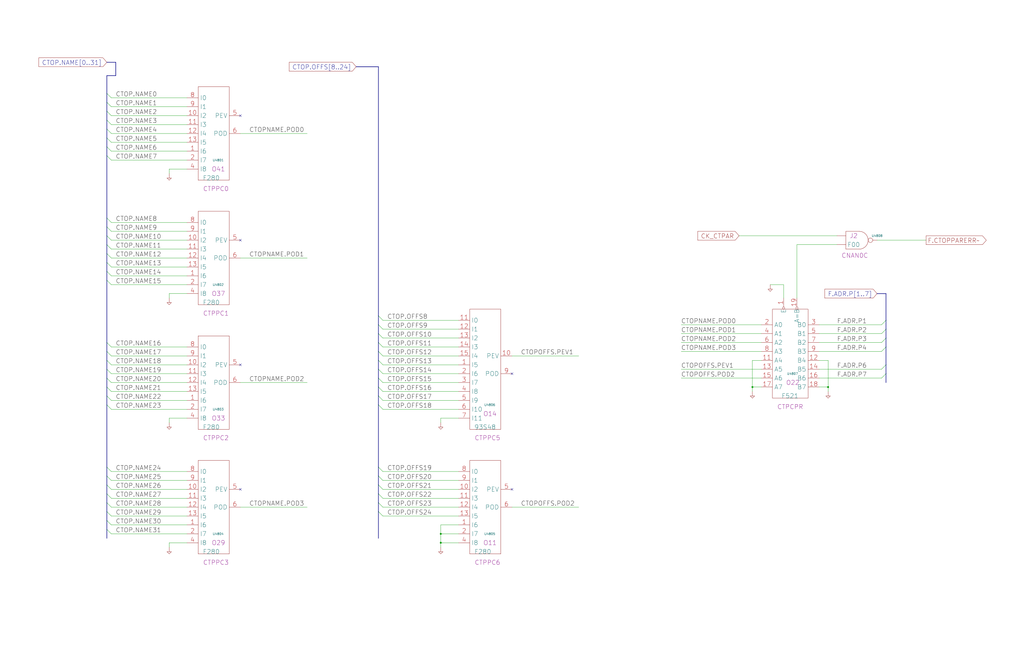
<source format=kicad_sch>
(kicad_sch (version 20250114) (generator "eeschema") (generator_version "9.0")
  (paper "User" 584.2 378.46)
  (title_block (title "CONTROL TOP REGISTER PARITY") (date "20-MAR-90") (rev "1.0") (comment 1 "FIU") (comment 2 "232-003065") (comment 3 "S400") (comment 4 "RELEASED"))
  (lib_symbols
    (symbol "r1000:93S48" (pin_names (offset 1.016))
      (property "Reference" "U" (at 2.54 5.08 0))
      (property "Value" "93S48" (at -6.35 -7.62 0))
      (property "Location" "___" (at -1.27 0 0))
      (property "Name" "______" (at 1.27 -15.24 0))
      (symbol "93S48_1_1"
        (rectangle (start -8.89 59.69) (end 8.89 -8.89))
        (pin input line (at -15.24 53.34 0) (length 6.35) (name "I0") (number "11"))
        (pin input line (at -15.24 48.26 0) (length 6.35) (name "I1") (number "12"))
        (pin input line (at -15.24 43.18 0) (length 6.35) (name "I2") (number "13"))
        (pin input line (at -15.24 38.1 0) (length 6.35) (name "I3") (number "14"))
        (pin input line (at -15.24 33.02 0) (length 6.35) (name "I4") (number "15"))
        (pin input line (at -15.24 27.94 0) (length 6.35) (name "I5") (number "1"))
        (pin input line (at -15.24 22.86 0) (length 6.35) (name "I6") (number "2"))
        (pin input line (at -15.24 17.78 0) (length 6.35) (name "I7") (number "3"))
        (pin input line (at -15.24 12.7 0) (length 6.35) (name "I8") (number "4"))
        (pin input line (at -15.24 7.62 0) (length 6.35) (name "I9") (number "5"))
        (pin input line (at -15.24 2.54 0) (length 6.35) (name "I10") (number "6"))
        (pin input line (at -15.24 -2.54 0) (length 6.35) (name "I11") (number "7"))
        (pin output line (at 15.24 33.02 180) (length 6.35) (name "PEV") (number "10"))
        (pin output line (at 15.24 22.86 180) (length 6.35) (name "POD") (number "9"))
      )
    )
    (symbol "r1000:F00" (pin_numbers (hide yes)) (pin_names (hide yes))
      (property "Reference" "U" (at 15.24 0 0))
      (property "Value" "F00" (at 1.905 -5.08 0))
      (property "Location" "___" (at 1.905 0 0))
      (property "Name" "______" (at 2.54 -12.7 0))
      (symbol "F00_0_1"
        (polyline (pts (xy -2.54 2.54) (xy -2.54 -7.62)) (stroke (width 0.1524)))
        (polyline (pts (xy -2.54 2.54) (xy 5.08 2.54)) (stroke (width 0.1524)))
        (polyline (pts (xy -2.54 -7.62) (xy 5.08 -7.62)) (stroke (width 0.1524)))
        (arc (start 5.08 2.54) (mid 10.1281 -2.54) (end 5.08 -7.62) (stroke (width 0.1524)))
        (circle (center 11.43 -2.54) (radius 1.27) (stroke (width 0.1524)))
      )
      (symbol "F00_0_2"
        (arc (start -3.175 2.54) (mid -2.134 -2.54) (end -3.175 -7.62) (stroke (width 0.1524)))
        (circle (center -3.81 0) (radius 1.27) (stroke (width 0.1524)))
        (circle (center -3.81 -5.08) (radius 1.27) (stroke (width 0.1524)))
        (polyline (pts (xy -3.175 2.54) (xy 3.81 2.54)) (stroke (width 0.1524)))
        (polyline (pts (xy -3.175 -7.62) (xy 3.81 -7.62)) (stroke (width 0.1524)))
        (arc (start 3.81 2.54) (mid 7.5828 0.7472) (end 10.16 -2.54) (stroke (width 0.1524)))
        (arc (start 10.16 -2.54) (mid 7.5855 -5.8306) (end 3.81 -7.62) (stroke (width 0.1524)))
      )
      (symbol "F00_1_1"
        (pin input line (at -7.62 0 0) (length 5.08) (name "D0") (number "1"))
        (pin input line (at -7.62 -5.08 0) (length 5.08) (name "D1") (number "2"))
        (pin output line (at 15.24 -2.54 180) (length 2.54) (name "Q") (number "3"))
      )
      (symbol "F00_1_2"
        (pin input line (at -7.62 0 0) (length 2.54) (name "D0") (number "1"))
        (pin input line (at -7.62 -5.08 0) (length 2.54) (name "D1") (number "2"))
        (pin output line (at 15.24 -2.54 180) (length 5.08) (name "Q") (number "3"))
      )
    )
    (symbol "r1000:F280" (pin_names (offset 1.016))
      (property "Reference" "U" (at 2.54 5.08 0))
      (property "Value" "F280" (at -6.35 -5.08 0))
      (property "Location" "___" (at -1.27 0 0))
      (property "Name" "______" (at 1.27 -12.7 0))
      (symbol "F280_1_1"
        (rectangle (start -8.89 46.99) (end 8.89 -6.35))
        (pin input line (at -15.24 40.64 0) (length 6.35) (name "I0") (number "8"))
        (pin input line (at -15.24 35.56 0) (length 6.35) (name "I1") (number "9"))
        (pin input line (at -15.24 30.48 0) (length 6.35) (name "I2") (number "10"))
        (pin input line (at -15.24 25.4 0) (length 6.35) (name "I3") (number "11"))
        (pin input line (at -15.24 20.32 0) (length 6.35) (name "I4") (number "12"))
        (pin input line (at -15.24 15.24 0) (length 6.35) (name "I5") (number "13"))
        (pin input line (at -15.24 10.16 0) (length 6.35) (name "I6") (number "1"))
        (pin input line (at -15.24 5.08 0) (length 6.35) (name "I7") (number "2"))
        (pin input line (at -15.24 0 0) (length 6.35) (name "I8") (number "4"))
        (pin output line (at 15.24 30.48 180) (length 6.35) (name "PEV") (number "5"))
        (pin output line (at 15.24 20.32 180) (length 6.35) (name "POD") (number "6"))
      )
    )
    (symbol "r1000:F521" (pin_names (offset 1.016))
      (property "Reference" "U" (at 2.54 5.08 0))
      (property "Value" "F521" (at -3.81 -7.62 0))
      (property "Location" "___" (at -1.27 0 0))
      (property "Name" "______" (at 1.27 -15.24 0))
      (symbol "F521_1_1"
        (rectangle (start -8.89 41.91) (end 11.43 -8.89))
        (circle (center -2.54 42.545) (radius 0.635))
        (circle (center 5.08 42.545) (radius 0.635))
        (pin input line (at -15.24 33.02 0) (length 6.35) (name "A0") (number "2"))
        (pin input line (at -15.24 27.94 0) (length 6.35) (name "A1") (number "4"))
        (pin input line (at -15.24 22.86 0) (length 6.35) (name "A2") (number "6"))
        (pin input line (at -15.24 17.78 0) (length 6.35) (name "A3") (number "8"))
        (pin input line (at -15.24 12.7 0) (length 6.35) (name "A4") (number "11"))
        (pin input line (at -15.24 7.62 0) (length 6.35) (name "A5") (number "13"))
        (pin input line (at -15.24 2.54 0) (length 6.35) (name "A6") (number "15"))
        (pin input line (at -15.24 -2.54 0) (length 6.35) (name "A7") (number "17"))
        (pin input line (at -2.54 48.26 270) (length 5.08) (name "E") (number "1"))
        (pin output line (at 5.08 48.26 270) (length 5.08) (name "A=B") (number "19"))
        (pin input line (at 17.78 33.02 180) (length 6.35) (name "B0") (number "3"))
        (pin input line (at 17.78 27.94 180) (length 6.35) (name "B1") (number "5"))
        (pin input line (at 17.78 22.86 180) (length 6.35) (name "B2") (number "7"))
        (pin input line (at 17.78 17.78 180) (length 6.35) (name "B3") (number "9"))
        (pin input line (at 17.78 12.7 180) (length 6.35) (name "B4") (number "12"))
        (pin input line (at 17.78 7.62 180) (length 6.35) (name "B5") (number "14"))
        (pin input line (at 17.78 2.54 180) (length 6.35) (name "B6") (number "16"))
        (pin input line (at 17.78 -2.54 180) (length 6.35) (name "B7") (number "18"))
      )
    )
    (symbol "r1000:PD" (power) (pin_numbers (hide yes)) (pin_names (hide yes)) (in_bom no)
      (symbol "PD_0_1"
        (polyline (pts (xy 0 -2.54) (xy 1.27 -2.54) (xy 0 -3.81) (xy -1.27 -2.54) (xy 0 -2.54)) (stroke (width 0.1524)))
      )
      (symbol "PD_1_1"
        (pin power_in line (at 0 0 270) (length 2.54) (name "PD") (number "1"))
      )
    )
  )
  (junction (at 251.46 309.88))
  (junction (at 429.26 220.98))
  (junction (at 472.44 220.98))
  (junction (at 251.46 304.8))
  (no_connect (at 137.16 66.04))
  (no_connect (at 292.1 213.36))
  (no_connect (at 137.16 137.16))
  (no_connect (at 292.1 279.4))
  (no_connect (at 137.16 208.28))
  (no_connect (at 137.16 279.4))
  (bus_entry (at 215.9 271.78) (size 2.54 2.54))
  (bus_entry (at 505.46 193.04) (size -2.54 2.54))
  (bus_entry (at 60.96 205.74) (size 2.54 2.54))
  (bus_entry (at 505.46 182.88) (size -2.54 2.54))
  (bus_entry (at 60.96 154.94) (size 2.54 2.54))
  (bus_entry (at 60.96 73.66) (size 2.54 2.54))
  (bus_entry (at 60.96 139.7) (size 2.54 2.54))
  (bus_entry (at 60.96 78.74) (size 2.54 2.54))
  (bus_entry (at 215.9 231.14) (size 2.54 2.54))
  (bus_entry (at 60.96 160.02) (size 2.54 2.54))
  (bus_entry (at 60.96 149.86) (size 2.54 2.54))
  (bus_entry (at 505.46 208.28) (size -2.54 2.54))
  (bus_entry (at 60.96 144.78) (size 2.54 2.54))
  (bus_entry (at 60.96 287.02) (size 2.54 2.54))
  (bus_entry (at 215.9 185.42) (size 2.54 2.54))
  (bus_entry (at 60.96 226.06) (size 2.54 2.54))
  (bus_entry (at 60.96 276.86) (size 2.54 2.54))
  (bus_entry (at 60.96 83.82) (size 2.54 2.54))
  (bus_entry (at 60.96 302.26) (size 2.54 2.54))
  (bus_entry (at 215.9 210.82) (size 2.54 2.54))
  (bus_entry (at 505.46 198.12) (size -2.54 2.54))
  (bus_entry (at 215.9 215.9) (size 2.54 2.54))
  (bus_entry (at 215.9 226.06) (size 2.54 2.54))
  (bus_entry (at 60.96 200.66) (size 2.54 2.54))
  (bus_entry (at 60.96 88.9) (size 2.54 2.54))
  (bus_entry (at 60.96 271.78) (size 2.54 2.54))
  (bus_entry (at 505.46 187.96) (size -2.54 2.54))
  (bus_entry (at 215.9 276.86) (size 2.54 2.54))
  (bus_entry (at 60.96 220.98) (size 2.54 2.54))
  (bus_entry (at 60.96 129.54) (size 2.54 2.54))
  (bus_entry (at 215.9 200.66) (size 2.54 2.54))
  (bus_entry (at 60.96 281.94) (size 2.54 2.54))
  (bus_entry (at 60.96 134.62) (size 2.54 2.54))
  (bus_entry (at 60.96 297.18) (size 2.54 2.54))
  (bus_entry (at 215.9 292.1) (size 2.54 2.54))
  (bus_entry (at 215.9 190.5) (size 2.54 2.54))
  (bus_entry (at 505.46 213.36) (size -2.54 2.54))
  (bus_entry (at 60.96 53.34) (size 2.54 2.54))
  (bus_entry (at 215.9 266.7) (size 2.54 2.54))
  (bus_entry (at 60.96 231.14) (size 2.54 2.54))
  (bus_entry (at 60.96 63.5) (size 2.54 2.54))
  (bus_entry (at 60.96 68.58) (size 2.54 2.54))
  (bus_entry (at 60.96 266.7) (size 2.54 2.54))
  (bus_entry (at 60.96 58.42) (size 2.54 2.54))
  (bus_entry (at 215.9 195.58) (size 2.54 2.54))
  (bus_entry (at 215.9 205.74) (size 2.54 2.54))
  (bus_entry (at 215.9 180.34) (size 2.54 2.54))
  (bus_entry (at 60.96 292.1) (size 2.54 2.54))
  (bus_entry (at 60.96 195.58) (size 2.54 2.54))
  (bus_entry (at 60.96 124.46) (size 2.54 2.54))
  (bus_entry (at 215.9 287.02) (size 2.54 2.54))
  (bus_entry (at 60.96 215.9) (size 2.54 2.54))
  (bus_entry (at 60.96 210.82) (size 2.54 2.54))
  (bus_entry (at 215.9 281.94) (size 2.54 2.54))
  (bus_entry (at 215.9 220.98) (size 2.54 2.54))
  (bus (pts (xy 60.96 124.46) (xy 60.96 129.54)))
  (bus (pts (xy 60.96 134.62) (xy 60.96 139.7)))
  (bus (pts (xy 215.9 200.66) (xy 215.9 205.74)))
  (wire (pts (xy 63.5 198.12) (xy 106.68 198.12)))
  (bus (pts (xy 215.9 271.78) (xy 215.9 276.86)))
  (wire (pts (xy 467.36 220.98) (xy 472.44 220.98)))
  (bus (pts (xy 215.9 266.7) (xy 215.9 271.78)))
  (bus (pts (xy 215.9 226.06) (xy 215.9 231.14)))
  (bus (pts (xy 60.96 63.5) (xy 60.96 68.58)))
  (wire (pts (xy 106.68 96.52) (xy 96.52 96.52)))
  (wire (pts (xy 63.5 60.96) (xy 106.68 60.96)))
  (wire (pts (xy 63.5 228.6) (xy 106.68 228.6)))
  (wire (pts (xy 421.64 134.62) (xy 477.52 134.62)))
  (wire (pts (xy 63.5 76.2) (xy 106.68 76.2)))
  (bus (pts (xy 215.9 38.1) (xy 215.9 180.34)))
  (wire (pts (xy 63.5 71.12) (xy 106.68 71.12)))
  (bus (pts (xy 215.9 180.34) (xy 215.9 185.42)))
  (bus (pts (xy 505.46 198.12) (xy 505.46 208.28)))
  (wire (pts (xy 96.52 309.88) (xy 96.52 312.42)))
  (wire (pts (xy 439.42 162.56) (xy 447.04 162.56)))
  (bus (pts (xy 215.9 292.1) (xy 215.9 307.34)))
  (wire (pts (xy 467.36 205.74) (xy 472.44 205.74)))
  (bus (pts (xy 215.9 220.98) (xy 215.9 226.06)))
  (bus (pts (xy 203.2 38.1) (xy 215.9 38.1)))
  (wire (pts (xy 137.16 147.32) (xy 175.26 147.32)))
  (bus (pts (xy 60.96 58.42) (xy 60.96 63.5)))
  (wire (pts (xy 137.16 289.56) (xy 175.26 289.56)))
  (wire (pts (xy 467.36 190.5) (xy 502.92 190.5)))
  (wire (pts (xy 447.04 170.18) (xy 447.04 162.56)))
  (bus (pts (xy 60.96 73.66) (xy 60.96 78.74)))
  (wire (pts (xy 218.44 187.96) (xy 261.62 187.96)))
  (bus (pts (xy 215.9 185.42) (xy 215.9 190.5)))
  (wire (pts (xy 292.1 203.2) (xy 330.2 203.2)))
  (bus (pts (xy 505.46 167.64) (xy 505.46 182.88)))
  (bus (pts (xy 215.9 190.5) (xy 215.9 195.58)))
  (wire (pts (xy 63.5 162.56) (xy 106.68 162.56)))
  (wire (pts (xy 251.46 309.88) (xy 251.46 312.42)))
  (wire (pts (xy 218.44 208.28) (xy 261.62 208.28)))
  (bus (pts (xy 60.96 281.94) (xy 60.96 287.02)))
  (bus (pts (xy 60.96 215.9) (xy 60.96 220.98)))
  (bus (pts (xy 505.46 208.28) (xy 505.46 213.36)))
  (bus (pts (xy 60.96 53.34) (xy 60.96 58.42)))
  (wire (pts (xy 63.5 66.04) (xy 106.68 66.04)))
  (bus (pts (xy 60.96 266.7) (xy 60.96 271.78)))
  (bus (pts (xy 215.9 287.02) (xy 215.9 292.1)))
  (wire (pts (xy 467.36 195.58) (xy 502.92 195.58)))
  (wire (pts (xy 63.5 147.32) (xy 106.68 147.32)))
  (wire (pts (xy 218.44 294.64) (xy 261.62 294.64)))
  (wire (pts (xy 63.5 289.56) (xy 106.68 289.56)))
  (wire (pts (xy 388.62 210.82) (xy 434.34 210.82)))
  (wire (pts (xy 63.5 213.36) (xy 106.68 213.36)))
  (wire (pts (xy 251.46 304.8) (xy 251.46 309.88)))
  (wire (pts (xy 63.5 127) (xy 106.68 127)))
  (bus (pts (xy 60.96 287.02) (xy 60.96 292.1)))
  (wire (pts (xy 500.38 137.16) (xy 528.32 137.16)))
  (wire (pts (xy 261.62 299.72) (xy 251.46 299.72)))
  (wire (pts (xy 63.5 304.8) (xy 106.68 304.8)))
  (wire (pts (xy 467.36 200.66) (xy 502.92 200.66)))
  (wire (pts (xy 63.5 299.72) (xy 106.68 299.72)))
  (wire (pts (xy 454.66 170.18) (xy 454.66 139.7)))
  (wire (pts (xy 63.5 269.24) (xy 106.68 269.24)))
  (bus (pts (xy 60.96 144.78) (xy 60.96 149.86)))
  (bus (pts (xy 60.96 276.86) (xy 60.96 281.94)))
  (wire (pts (xy 388.62 200.66) (xy 434.34 200.66)))
  (bus (pts (xy 60.96 78.74) (xy 60.96 83.82)))
  (wire (pts (xy 137.16 218.44) (xy 175.26 218.44)))
  (wire (pts (xy 388.62 195.58) (xy 434.34 195.58)))
  (wire (pts (xy 261.62 238.76) (xy 251.46 238.76)))
  (wire (pts (xy 467.36 185.42) (xy 502.92 185.42)))
  (wire (pts (xy 218.44 193.04) (xy 261.62 193.04)))
  (bus (pts (xy 60.96 129.54) (xy 60.96 134.62)))
  (wire (pts (xy 472.44 220.98) (xy 472.44 223.52)))
  (bus (pts (xy 66.04 43.18) (xy 60.96 43.18)))
  (wire (pts (xy 63.5 279.4) (xy 106.68 279.4)))
  (wire (pts (xy 63.5 142.24) (xy 106.68 142.24)))
  (bus (pts (xy 60.96 302.26) (xy 60.96 307.34)))
  (wire (pts (xy 454.66 139.7) (xy 477.52 139.7)))
  (bus (pts (xy 60.96 210.82) (xy 60.96 215.9)))
  (bus (pts (xy 60.96 68.58) (xy 60.96 73.66)))
  (wire (pts (xy 96.52 96.52) (xy 96.52 99.06)))
  (wire (pts (xy 467.36 210.82) (xy 502.92 210.82)))
  (wire (pts (xy 96.52 238.76) (xy 96.52 241.3)))
  (wire (pts (xy 218.44 198.12) (xy 261.62 198.12)))
  (wire (pts (xy 388.62 215.9) (xy 434.34 215.9)))
  (bus (pts (xy 215.9 276.86) (xy 215.9 281.94)))
  (bus (pts (xy 66.04 35.56) (xy 66.04 43.18)))
  (wire (pts (xy 218.44 203.2) (xy 261.62 203.2)))
  (bus (pts (xy 60.96 154.94) (xy 60.96 160.02)))
  (wire (pts (xy 63.5 55.88) (xy 106.68 55.88)))
  (bus (pts (xy 505.46 193.04) (xy 505.46 198.12)))
  (wire (pts (xy 218.44 233.68) (xy 261.62 233.68)))
  (bus (pts (xy 60.96 83.82) (xy 60.96 88.9)))
  (wire (pts (xy 218.44 218.44) (xy 261.62 218.44)))
  (bus (pts (xy 60.96 231.14) (xy 60.96 266.7)))
  (wire (pts (xy 251.46 299.72) (xy 251.46 304.8)))
  (bus (pts (xy 60.96 149.86) (xy 60.96 154.94)))
  (wire (pts (xy 63.5 233.68) (xy 106.68 233.68)))
  (wire (pts (xy 137.16 76.2) (xy 175.26 76.2)))
  (bus (pts (xy 500.38 167.64) (xy 505.46 167.64)))
  (wire (pts (xy 63.5 208.28) (xy 106.68 208.28)))
  (wire (pts (xy 467.36 215.9) (xy 502.92 215.9)))
  (bus (pts (xy 215.9 281.94) (xy 215.9 287.02)))
  (wire (pts (xy 218.44 213.36) (xy 261.62 213.36)))
  (bus (pts (xy 60.96 297.18) (xy 60.96 302.26)))
  (wire (pts (xy 218.44 279.4) (xy 261.62 279.4)))
  (wire (pts (xy 106.68 167.64) (xy 96.52 167.64)))
  (bus (pts (xy 60.96 43.18) (xy 60.96 53.34)))
  (wire (pts (xy 429.26 220.98) (xy 434.34 220.98)))
  (wire (pts (xy 63.5 86.36) (xy 106.68 86.36)))
  (wire (pts (xy 218.44 269.24) (xy 261.62 269.24)))
  (wire (pts (xy 63.5 137.16) (xy 106.68 137.16)))
  (wire (pts (xy 63.5 218.44) (xy 106.68 218.44)))
  (wire (pts (xy 63.5 132.08) (xy 106.68 132.08)))
  (bus (pts (xy 215.9 231.14) (xy 215.9 266.7)))
  (wire (pts (xy 434.34 205.74) (xy 429.26 205.74)))
  (bus (pts (xy 60.96 271.78) (xy 60.96 276.86)))
  (bus (pts (xy 505.46 213.36) (xy 505.46 218.44)))
  (wire (pts (xy 388.62 185.42) (xy 434.34 185.42)))
  (wire (pts (xy 218.44 289.56) (xy 261.62 289.56)))
  (bus (pts (xy 60.96 195.58) (xy 60.96 200.66)))
  (wire (pts (xy 472.44 205.74) (xy 472.44 220.98)))
  (bus (pts (xy 60.96 35.56) (xy 66.04 35.56)))
  (wire (pts (xy 261.62 309.88) (xy 251.46 309.88)))
  (wire (pts (xy 106.68 238.76) (xy 96.52 238.76)))
  (wire (pts (xy 106.68 309.88) (xy 96.52 309.88)))
  (wire (pts (xy 63.5 157.48) (xy 106.68 157.48)))
  (bus (pts (xy 60.96 205.74) (xy 60.96 210.82)))
  (bus (pts (xy 60.96 220.98) (xy 60.96 226.06)))
  (bus (pts (xy 505.46 182.88) (xy 505.46 187.96)))
  (wire (pts (xy 261.62 304.8) (xy 251.46 304.8)))
  (wire (pts (xy 388.62 190.5) (xy 434.34 190.5)))
  (bus (pts (xy 60.96 139.7) (xy 60.96 144.78)))
  (bus (pts (xy 60.96 200.66) (xy 60.96 205.74)))
  (wire (pts (xy 63.5 284.48) (xy 106.68 284.48)))
  (bus (pts (xy 60.96 160.02) (xy 60.96 195.58)))
  (bus (pts (xy 215.9 210.82) (xy 215.9 215.9)))
  (bus (pts (xy 215.9 195.58) (xy 215.9 200.66)))
  (wire (pts (xy 63.5 152.4) (xy 106.68 152.4)))
  (wire (pts (xy 63.5 203.2) (xy 106.68 203.2)))
  (bus (pts (xy 215.9 215.9) (xy 215.9 220.98)))
  (wire (pts (xy 218.44 274.32) (xy 261.62 274.32)))
  (wire (pts (xy 218.44 223.52) (xy 261.62 223.52)))
  (bus (pts (xy 505.46 187.96) (xy 505.46 193.04)))
  (bus (pts (xy 215.9 205.74) (xy 215.9 210.82)))
  (wire (pts (xy 251.46 238.76) (xy 251.46 241.3)))
  (wire (pts (xy 96.52 167.64) (xy 96.52 170.18)))
  (wire (pts (xy 63.5 91.44) (xy 106.68 91.44)))
  (wire (pts (xy 63.5 294.64) (xy 106.68 294.64)))
  (wire (pts (xy 63.5 223.52) (xy 106.68 223.52)))
  (wire (pts (xy 218.44 228.6) (xy 261.62 228.6)))
  (wire (pts (xy 429.26 220.98) (xy 429.26 223.52)))
  (wire (pts (xy 63.5 274.32) (xy 106.68 274.32)))
  (wire (pts (xy 63.5 81.28) (xy 106.68 81.28)))
  (wire (pts (xy 218.44 284.48) (xy 261.62 284.48)))
  (bus (pts (xy 60.96 88.9) (xy 60.96 124.46)))
  (bus (pts (xy 60.96 292.1) (xy 60.96 297.18)))
  (bus (pts (xy 60.96 226.06) (xy 60.96 231.14)))
  (wire (pts (xy 218.44 182.88) (xy 261.62 182.88)))
  (wire (pts (xy 429.26 205.74) (xy 429.26 220.98)))
  (wire (pts (xy 292.1 289.56) (xy 330.2 289.56)))
  (label "CTOP.OFFS15" (at 220.98 218.44 0) (effects (font (size 2.54 2.54))))
  (label "CTOPNAME.POD1" (at 142.24 147.32 0) (effects (font (size 2.54 2.54))))
  (label "F.ADR.P7" (at 477.52 215.9 0) (effects (font (size 2.54 2.54))))
  (label "CTOP.NAME16" (at 66.04 198.12 0) (effects (font (size 2.54 2.54))))
  (label "CTOP.NAME13" (at 66.04 152.4 0) (effects (font (size 2.54 2.54))))
  (label "CTOP.NAME27" (at 66.04 284.48 0) (effects (font (size 2.54 2.54))))
  (label "CTOP.OFFS12" (at 220.98 203.2 0) (effects (font (size 2.54 2.54))))
  (label "CTOP.NAME7" (at 66.04 91.44 0) (effects (font (size 2.54 2.54))))
  (label "CTOP.OFFS21" (at 220.98 279.4 0) (effects (font (size 2.54 2.54))))
  (label "CTOP.NAME18" (at 66.04 208.28 0) (effects (font (size 2.54 2.54))))
  (label "CTOP.NAME8" (at 66.04 127 0) (effects (font (size 2.54 2.54))))
  (label "F.ADR.P6" (at 477.52 210.82 0) (effects (font (size 2.54 2.54))))
  (label "F.ADR.P4" (at 477.52 200.66 0) (effects (font (size 2.54 2.54))))
  (label "CTOPOFFS.POD2" (at 297.18 289.56 0) (effects (font (size 2.54 2.54))))
  (label "CTOP.NAME4" (at 66.04 76.2 0) (effects (font (size 2.54 2.54))))
  (label "CTOP.NAME20" (at 66.04 218.44 0) (effects (font (size 2.54 2.54))))
  (label "CTOP.NAME29" (at 66.04 294.64 0) (effects (font (size 2.54 2.54))))
  (label "CTOPOFFS.PEV1" (at 388.62 210.82 0) (effects (font (size 2.54 2.54))))
  (label "F.ADR.P3" (at 477.52 195.58 0) (effects (font (size 2.54 2.54))))
  (label "CTOPNAME.POD3" (at 388.62 200.66 0) (effects (font (size 2.54 2.54))))
  (label "CTOPNAME.POD1" (at 388.62 190.5 0) (effects (font (size 2.54 2.54))))
  (label "CTOP.OFFS19" (at 220.98 269.24 0) (effects (font (size 2.54 2.54))))
  (label "CTOP.NAME24" (at 66.04 269.24 0) (effects (font (size 2.54 2.54))))
  (label "CTOP.NAME22" (at 66.04 228.6 0) (effects (font (size 2.54 2.54))))
  (label "CTOP.OFFS17" (at 220.98 228.6 0) (effects (font (size 2.54 2.54))))
  (label "CTOP.OFFS22" (at 220.98 284.48 0) (effects (font (size 2.54 2.54))))
  (label "CTOP.NAME6" (at 66.04 86.36 0) (effects (font (size 2.54 2.54))))
  (label "F.ADR.P2" (at 477.52 190.5 0) (effects (font (size 2.54 2.54))))
  (label "CTOP.NAME3" (at 66.04 71.12 0) (effects (font (size 2.54 2.54))))
  (label "CTOP.OFFS8" (at 220.98 182.88 0) (effects (font (size 2.54 2.54))))
  (label "CTOP.OFFS13" (at 220.98 208.28 0) (effects (font (size 2.54 2.54))))
  (label "CTOPNAME.POD0" (at 142.24 76.2 0) (effects (font (size 2.54 2.54))))
  (label "CTOP.NAME19" (at 66.04 213.36 0) (effects (font (size 2.54 2.54))))
  (label "CTOPOFFS.POD2" (at 388.62 215.9 0) (effects (font (size 2.54 2.54))))
  (label "CTOP.NAME2" (at 66.04 66.04 0) (effects (font (size 2.54 2.54))))
  (label "CTOP.NAME26" (at 66.04 279.4 0) (effects (font (size 2.54 2.54))))
  (label "CTOPNAME.POD2" (at 388.62 195.58 0) (effects (font (size 2.54 2.54))))
  (label "CTOPNAME.POD0" (at 388.62 185.42 0) (effects (font (size 2.54 2.54))))
  (label "CTOP.OFFS14" (at 220.98 213.36 0) (effects (font (size 2.54 2.54))))
  (label "CTOP.OFFS18" (at 220.98 233.68 0) (effects (font (size 2.54 2.54))))
  (label "F.ADR.P1" (at 477.52 185.42 0) (effects (font (size 2.54 2.54))))
  (label "CTOP.NAME1" (at 66.04 60.96 0) (effects (font (size 2.54 2.54))))
  (label "CTOP.OFFS10" (at 220.98 193.04 0) (effects (font (size 2.54 2.54))))
  (label "CTOP.NAME9" (at 66.04 132.08 0) (effects (font (size 2.54 2.54))))
  (label "CTOP.NAME14" (at 66.04 157.48 0) (effects (font (size 2.54 2.54))))
  (label "CTOP.NAME21" (at 66.04 223.52 0) (effects (font (size 2.54 2.54))))
  (label "CTOP.NAME15" (at 66.04 162.56 0) (effects (font (size 2.54 2.54))))
  (label "CTOP.OFFS20" (at 220.98 274.32 0) (effects (font (size 2.54 2.54))))
  (label "CTOP.OFFS11" (at 220.98 198.12 0) (effects (font (size 2.54 2.54))))
  (label "CTOPNAME.POD2" (at 142.24 218.44 0) (effects (font (size 2.54 2.54))))
  (label "CTOP.NAME30" (at 66.04 299.72 0) (effects (font (size 2.54 2.54))))
  (label "CTOP.NAME5" (at 66.04 81.28 0) (effects (font (size 2.54 2.54))))
  (label "CTOP.OFFS9" (at 220.98 187.96 0) (effects (font (size 2.54 2.54))))
  (label "CTOPOFFS.PEV1" (at 297.18 203.2 0) (effects (font (size 2.54 2.54))))
  (label "CTOP.NAME11" (at 66.04 142.24 0) (effects (font (size 2.54 2.54))))
  (label "CTOP.NAME25" (at 66.04 274.32 0) (effects (font (size 2.54 2.54))))
  (label "CTOP.NAME17" (at 66.04 203.2 0) (effects (font (size 2.54 2.54))))
  (label "CTOP.NAME28" (at 66.04 289.56 0) (effects (font (size 2.54 2.54))))
  (label "CTOP.NAME23" (at 66.04 233.68 0) (effects (font (size 2.54 2.54))))
  (label "CTOPNAME.POD3" (at 142.24 289.56 0) (effects (font (size 2.54 2.54))))
  (label "CTOP.OFFS23" (at 220.98 289.56 0) (effects (font (size 2.54 2.54))))
  (label "CTOP.NAME10" (at 66.04 137.16 0) (effects (font (size 2.54 2.54))))
  (label "CTOP.OFFS16" (at 220.98 223.52 0) (effects (font (size 2.54 2.54))))
  (label "CTOP.NAME12" (at 66.04 147.32 0) (effects (font (size 2.54 2.54))))
  (label "CTOP.NAME31" (at 66.04 304.8 0) (effects (font (size 2.54 2.54))))
  (label "CTOP.OFFS24" (at 220.98 294.64 0) (effects (font (size 2.54 2.54))))
  (label "CTOP.NAME0" (at 66.04 55.88 0) (effects (font (size 2.54 2.54))))
  (global_label "CTOP.OFFS[8..24]" (shape input) (at 203.2 38.1 180) (effects (font (size 2.54 2.54))) (property "Intersheetrefs" "${INTERSHEET_REFS}" (at 164.9911 37.9413 0) (effects (font (size 1.905 1.905)) (justify right))))
  (global_label "CTOP.NAME[0..31]" (shape input) (at 60.96 35.56 180) (effects (font (size 2.54 2.54))) (property "Intersheetrefs" "${INTERSHEET_REFS}" (at 22.1464 35.4013 0) (effects (font (size 1.905 1.905)) (justify right))))
  (global_label "F.ADR.P[1..7]" (shape input) (at 500.38 167.64 180) (effects (font (size 2.54 2.54))) (property "Intersheetrefs" "${INTERSHEET_REFS}" (at 470.5169 167.4813 0) (effects (font (size 1.905 1.905)) (justify right))))
  (global_label "CK_CTPAR" (shape input) (at 421.64 134.62 180) (effects (font (size 2.54 2.54))) (property "Intersheetrefs" "${INTERSHEET_REFS}" (at 398.0664 134.4613 0) (effects (font (size 1.905 1.905)) (justify right))))
  (global_label "F.CTOPPARERR~" (shape output) (at 528.32 137.16 0) (effects (font (size 2.54 2.54))) (property "Intersheetrefs" "${INTERSHEET_REFS}" (at 562.6584 137.0013 0) (effects (font (size 1.905 1.905)) (justify left))))
  (symbol (lib_id "r1000:F280") (at 121.92 238.76 0) (unit 1)
    (property "Reference" "U4803" (at 124.46 233.68 0))
    (property "Value" "F280" (at 115.57 243.84 0) (effects (font (size 2.54 2.54)) (justify left)))
    (property "Location" "O33" (at 120.65 238.76 0) (effects (font (size 2.54 2.54)) (justify left)))
    (property "Name" "CTPPC2" (at 123.19 251.46 0) (effects (font (size 2.54 2.54)) (justify bottom)))
  )
  (symbol (lib_id "r1000:PD") (at 439.42 162.56 0) (unit 1) (in_bom no)
    (property "Reference" "#PWR0150" (effects (hide yes)))
    (property "Value" "PD" (effects (hide yes)))
  )
  (symbol (lib_id "r1000:F280") (at 121.92 167.64 0) (unit 1)
    (property "Reference" "U4802" (at 124.46 162.56 0))
    (property "Value" "F280" (at 115.57 172.72 0) (effects (font (size 2.54 2.54)) (justify left)))
    (property "Location" "O37" (at 120.65 167.64 0) (effects (font (size 2.54 2.54)) (justify left)))
    (property "Name" "CTPPC1" (at 123.19 180.34 0) (effects (font (size 2.54 2.54)) (justify bottom)))
  )
  (symbol (lib_id "r1000:F280") (at 121.92 309.88 0) (unit 1)
    (property "Reference" "U4804" (at 124.46 304.8 0))
    (property "Value" "F280" (at 115.57 314.96 0) (effects (font (size 2.54 2.54)) (justify left)))
    (property "Location" "O29" (at 120.65 309.88 0) (effects (font (size 2.54 2.54)) (justify left)))
    (property "Name" "CTPPC3" (at 123.19 322.58 0) (effects (font (size 2.54 2.54)) (justify bottom)))
  )
  (symbol (lib_id "r1000:F280") (at 121.92 96.52 0) (unit 1)
    (property "Reference" "U4801" (at 124.46 91.44 0))
    (property "Value" "F280" (at 115.57 101.6 0) (effects (font (size 2.54 2.54)) (justify left)))
    (property "Location" "O41" (at 120.65 96.52 0) (effects (font (size 2.54 2.54)) (justify left)))
    (property "Name" "CTPPC0" (at 123.19 109.22 0) (effects (font (size 2.54 2.54)) (justify bottom)))
  )
  (symbol (lib_id "r1000:PD") (at 96.52 241.3 0) (unit 1) (in_bom no)
    (property "Reference" "#PWR04803" (effects (hide yes)))
    (property "Value" "PD" (effects (hide yes)))
  )
  (symbol (lib_id "r1000:PD") (at 472.44 223.52 0) (unit 1) (in_bom no)
    (property "Reference" "#PWR0152" (effects (hide yes)))
    (property "Value" "PD" (effects (hide yes)))
  )
  (symbol (lib_id "r1000:F521") (at 449.58 218.44 0) (unit 1)
    (property "Reference" "U4807" (at 452.12 213.36 0))
    (property "Value" "F521" (at 445.77 226.06 0) (effects (font (size 2.54 2.54)) (justify left)))
    (property "Location" "O22" (at 448.31 218.44 0) (effects (font (size 2.54 2.54)) (justify left)))
    (property "Name" "CTPCPR" (at 450.85 233.68 0) (effects (font (size 2.54 2.54)) (justify bottom)))
  )
  (symbol (lib_id "r1000:PD") (at 251.46 312.42 0) (unit 1) (in_bom no)
    (property "Reference" "#PWR04805" (effects (hide yes)))
    (property "Value" "PD" (effects (hide yes)))
  )
  (symbol (lib_id "r1000:PD") (at 96.52 99.06 0) (unit 1) (in_bom no)
    (property "Reference" "#PWR04801" (effects (hide yes)))
    (property "Value" "PD" (effects (hide yes)))
  )
  (symbol (lib_id "r1000:93S48") (at 276.86 236.22 0) (unit 1)
    (property "Reference" "U4806" (at 279.4 231.14 0))
    (property "Value" "93S48" (at 270.51 243.84 0) (effects (font (size 2.54 2.54)) (justify left)))
    (property "Location" "O14" (at 275.59 236.22 0) (effects (font (size 2.54 2.54)) (justify left)))
    (property "Name" "CTPPC5" (at 278.13 251.46 0) (effects (font (size 2.54 2.54)) (justify bottom)))
  )
  (symbol (lib_id "r1000:PD") (at 429.26 223.52 0) (unit 1) (in_bom no)
    (property "Reference" "#PWR0151" (effects (hide yes)))
    (property "Value" "PD" (effects (hide yes)))
  )
  (symbol (lib_id "r1000:PD") (at 96.52 170.18 0) (unit 1) (in_bom no)
    (property "Reference" "#PWR04802" (effects (hide yes)))
    (property "Value" "PD" (effects (hide yes)))
  )
  (symbol (lib_id "r1000:F280") (at 276.86 309.88 0) (unit 1)
    (property "Reference" "U4805" (at 279.4 304.8 0))
    (property "Value" "F280" (at 270.51 314.96 0) (effects (font (size 2.54 2.54)) (justify left)))
    (property "Location" "O11" (at 275.59 309.88 0) (effects (font (size 2.54 2.54)) (justify left)))
    (property "Name" "CTPPC6" (at 278.13 322.58 0) (effects (font (size 2.54 2.54)) (justify bottom)))
  )
  (symbol (lib_id "r1000:F00") (at 485.14 134.62 0) (unit 1)
    (property "Reference" "U4808" (at 500.38 134.62 0))
    (property "Value" "F00" (at 487.045 139.7 0) (effects (font (size 2.54 2.54))))
    (property "Location" "J2" (at 487.045 134.62 0) (effects (font (size 2.54 2.54))))
    (property "Name" "CNAN0C" (at 487.68 147.32 0) (effects (font (size 2.54 2.54)) (justify bottom)))
  )
  (symbol (lib_id "r1000:PD") (at 251.46 241.3 0) (unit 1) (in_bom no)
    (property "Reference" "#PWR04806" (effects (hide yes)))
    (property "Value" "PD" (effects (hide yes)))
  )
  (symbol (lib_id "r1000:PD") (at 96.52 312.42 0) (unit 1) (in_bom no)
    (property "Reference" "#PWR04804" (effects (hide yes)))
    (property "Value" "PD" (effects (hide yes)))
  )
)
</source>
